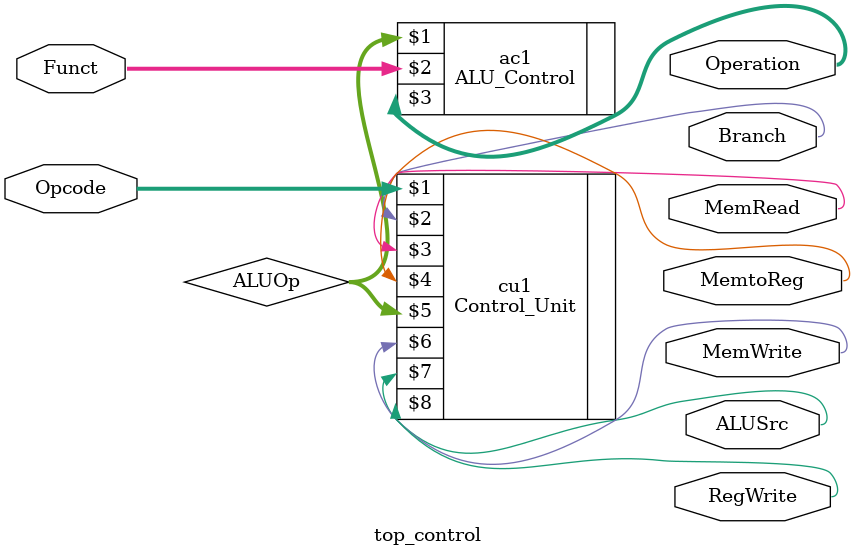
<source format=v>
`timescale 1ns / 1ps

module top_control(
    input [6:0] Opcode,
    input [3:0] Funct,
    output Branch,
    output MemRead,
    output MemtoReg,
    output MemWrite,
    output ALUSrc,
    output RegWrite,
    output [4:0] Operation
    );
wire [1:0] ALUOp;

Control_Unit cu1(Opcode, Branch, MemRead, MemtoReg, ALUOp, MemWrite, ALUSrc, RegWrite);
ALU_Control ac1(ALUOp, Funct, Operation);

endmodule

</source>
